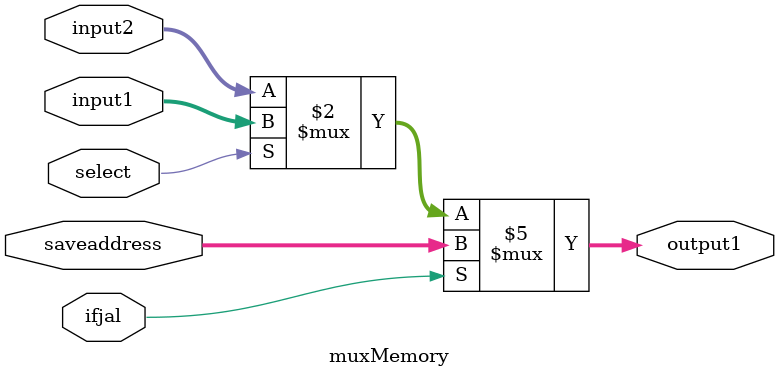
<source format=v>
`timescale 1ns / 1ps


module muxMemory(
    input [31:0] input1,
    input [31:0] input2,
    input select,
    input ifjal,
    input [31:0]saveaddress,
    output reg [31:0] output1
    );
    initial begin
    output1=0;
    end
    always @(*)
    begin
        if(ifjal)
            output1=saveaddress;
        else
            output1=select?input1:input2;
    end
endmodule

</source>
